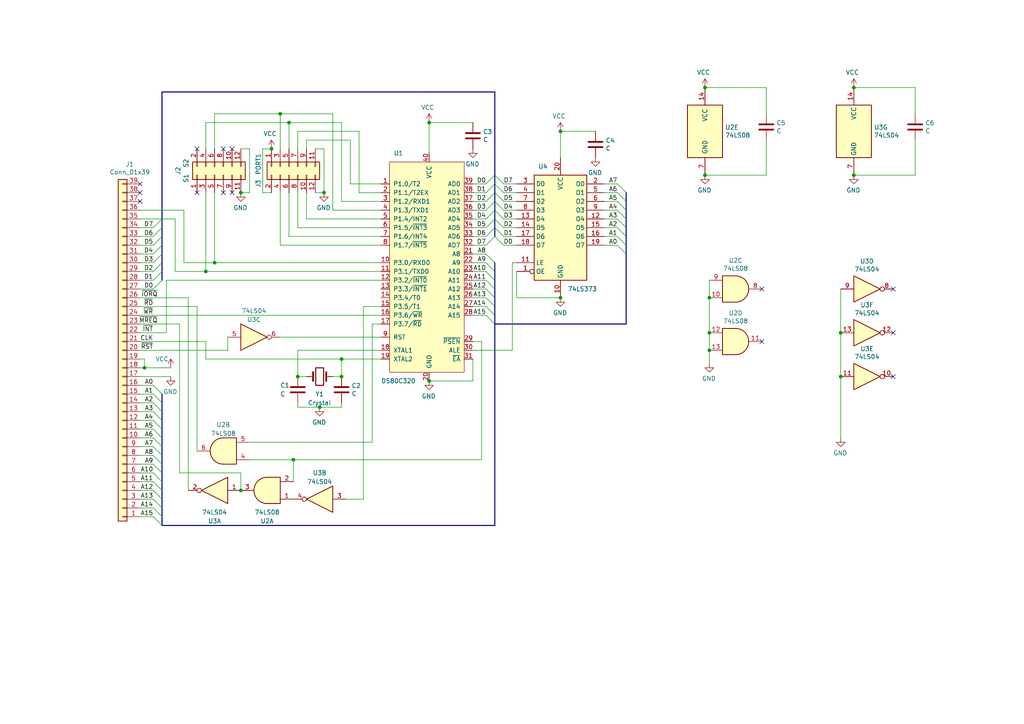
<source format=kicad_sch>
(kicad_sch (version 20211123) (generator eeschema)
  (paper "A4")
  (title_block (title "8051 (DS80C320) Board for RC2014 ") (date "2020-06-04") (rev "REV1") (company "J.B. Langston"))
  (lib_symbols
    (symbol "74xx:74LS04"
      (property "Reference" "U" (at 0 1.27 0))
      (property "Value" "74LS04" (at 0 -1.27 0))
      (symbol "74LS04_1_0"
        (polyline (pts (xy -3.81 3.81) (xy -3.81 -3.81) (xy 3.81 0) (xy -3.81 3.81)) (stroke (width 0.254)) (fill (type background)))
        (pin input line (at -7.62 0 0) (length 3.81) (name "~") (number "1"))
        (pin output inverted (at 7.62 0 180) (length 3.81) (name "~") (number "2"))
      )
      (symbol "74LS04_2_0"
        (polyline (pts (xy -3.81 3.81) (xy -3.81 -3.81) (xy 3.81 0) (xy -3.81 3.81)) (stroke (width 0.254)) (fill (type background)))
        (pin input line (at -7.62 0 0) (length 3.81) (name "~") (number "3"))
        (pin output inverted (at 7.62 0 180) (length 3.81) (name "~") (number "4"))
      )
      (symbol "74LS04_3_0"
        (polyline (pts (xy -3.81 3.81) (xy -3.81 -3.81) (xy 3.81 0) (xy -3.81 3.81)) (stroke (width 0.254)) (fill (type background)))
        (pin input line (at -7.62 0 0) (length 3.81) (name "~") (number "5"))
        (pin output inverted (at 7.62 0 180) (length 3.81) (name "~") (number "6"))
      )
      (symbol "74LS04_4_0"
        (polyline (pts (xy -3.81 3.81) (xy -3.81 -3.81) (xy 3.81 0) (xy -3.81 3.81)) (stroke (width 0.254)) (fill (type background)))
        (pin output inverted (at 7.62 0 180) (length 3.81) (name "~") (number "8"))
        (pin input line (at -7.62 0 0) (length 3.81) (name "~") (number "9"))
      )
      (symbol "74LS04_5_0"
        (polyline (pts (xy -3.81 3.81) (xy -3.81 -3.81) (xy 3.81 0) (xy -3.81 3.81)) (stroke (width 0.254)) (fill (type background)))
        (pin output inverted (at 7.62 0 180) (length 3.81) (name "~") (number "10"))
        (pin input line (at -7.62 0 0) (length 3.81) (name "~") (number "11"))
      )
      (symbol "74LS04_6_0"
        (polyline (pts (xy -3.81 3.81) (xy -3.81 -3.81) (xy 3.81 0) (xy -3.81 3.81)) (stroke (width 0.254)) (fill (type background)))
        (pin output inverted (at 7.62 0 180) (length 3.81) (name "~") (number "12"))
        (pin input line (at -7.62 0 0) (length 3.81) (name "~") (number "13"))
      )
      (symbol "74LS04_7_0"
        (pin power_in line (at 0 12.7 270) (length 5.08) (name "VCC") (number "14"))
        (pin power_in line (at 0 -12.7 90) (length 5.08) (name "GND") (number "7"))
      )
      (symbol "74LS04_7_1"
        (rectangle (start -5.08 7.62) (end 5.08 -7.62) (stroke (width 0.254)) (fill (type background)))
      )
    )
    (symbol "74xx:74LS08" (pin_names (offset 1.016))
      (property "Reference" "U" (at 0 1.27 0))
      (property "Value" "74LS08" (at 0 -1.27 0))
      (symbol "74LS08_1_1"
        (arc (start 0 -3.81) (mid 3.81 0) (end 0 3.81) (stroke (width 0.254)) (fill (type background)))
        (polyline (pts (xy 0 3.81) (xy -3.81 3.81) (xy -3.81 -3.81) (xy 0 -3.81)) (stroke (width 0.254)) (fill (type background)))
        (pin input line (at -7.62 2.54 0) (length 3.81) (name "~") (number "1"))
        (pin input line (at -7.62 -2.54 0) (length 3.81) (name "~") (number "2"))
        (pin output line (at 7.62 0 180) (length 3.81) (name "~") (number "3"))
      )
      (symbol "74LS08_1_2"
        (arc (start -3.81 -3.81) (mid -2.589 0) (end -3.81 3.81) (stroke (width 0.254)))
        (arc (start -0.6096 -3.81) (mid 2.1855 -2.584) (end 3.81 0) (stroke (width 0.254)) (fill (type background)))
        (polyline (pts (xy -3.81 -3.81) (xy -0.635 -3.81)) (stroke (width 0.254)) (fill (type background)))
        (polyline (pts (xy -3.81 3.81) (xy -0.635 3.81)) (stroke (width 0.254)) (fill (type background)))
        (polyline (pts (xy -0.635 3.81) (xy -3.81 3.81) (xy -3.81 3.81) (xy -3.556 3.4036) (xy -3.0226 2.2606) (xy -2.6924 1.0414) (xy -2.6162 -0.254) (xy -2.7686 -1.4986) (xy -3.175 -2.7178) (xy -3.81 -3.81) (xy -3.81 -3.81) (xy -0.635 -3.81)) (stroke (width -25.4)) (fill (type background)))
        (arc (start 3.81 0) (mid 2.1928 2.5925) (end -0.6096 3.81) (stroke (width 0.254)) (fill (type background)))
        (pin input inverted (at -7.62 2.54 0) (length 4.318) (name "~") (number "1"))
        (pin input inverted (at -7.62 -2.54 0) (length 4.318) (name "~") (number "2"))
        (pin output inverted (at 7.62 0 180) (length 3.81) (name "~") (number "3"))
      )
      (symbol "74LS08_2_1"
        (arc (start 0 -3.81) (mid 3.81 0) (end 0 3.81) (stroke (width 0.254)) (fill (type background)))
        (polyline (pts (xy 0 3.81) (xy -3.81 3.81) (xy -3.81 -3.81) (xy 0 -3.81)) (stroke (width 0.254)) (fill (type background)))
        (pin input line (at -7.62 2.54 0) (length 3.81) (name "~") (number "4"))
        (pin input line (at -7.62 -2.54 0) (length 3.81) (name "~") (number "5"))
        (pin output line (at 7.62 0 180) (length 3.81) (name "~") (number "6"))
      )
      (symbol "74LS08_2_2"
        (arc (start -3.81 -3.81) (mid -2.589 0) (end -3.81 3.81) (stroke (width 0.254)))
        (arc (start -0.6096 -3.81) (mid 2.1855 -2.584) (end 3.81 0) (stroke (width 0.254)) (fill (type background)))
        (polyline (pts (xy -3.81 -3.81) (xy -0.635 -3.81)) (stroke (width 0.254)) (fill (type background)))
        (polyline (pts (xy -3.81 3.81) (xy -0.635 3.81)) (stroke (width 0.254)) (fill (type background)))
        (polyline (pts (xy -0.635 3.81) (xy -3.81 3.81) (xy -3.81 3.81) (xy -3.556 3.4036) (xy -3.0226 2.2606) (xy -2.6924 1.0414) (xy -2.6162 -0.254) (xy -2.7686 -1.4986) (xy -3.175 -2.7178) (xy -3.81 -3.81) (xy -3.81 -3.81) (xy -0.635 -3.81)) (stroke (width -25.4)) (fill (type background)))
        (arc (start 3.81 0) (mid 2.1928 2.5925) (end -0.6096 3.81) (stroke (width 0.254)) (fill (type background)))
        (pin input inverted (at -7.62 2.54 0) (length 4.318) (name "~") (number "4"))
        (pin input inverted (at -7.62 -2.54 0) (length 4.318) (name "~") (number "5"))
        (pin output inverted (at 7.62 0 180) (length 3.81) (name "~") (number "6"))
      )
      (symbol "74LS08_3_1"
        (arc (start 0 -3.81) (mid 3.81 0) (end 0 3.81) (stroke (width 0.254)) (fill (type background)))
        (polyline (pts (xy 0 3.81) (xy -3.81 3.81) (xy -3.81 -3.81) (xy 0 -3.81)) (stroke (width 0.254)) (fill (type background)))
        (pin input line (at -7.62 -2.54 0) (length 3.81) (name "~") (number "10"))
        (pin output line (at 7.62 0 180) (length 3.81) (name "~") (number "8"))
        (pin input line (at -7.62 2.54 0) (length 3.81) (name "~") (number "9"))
      )
      (symbol "74LS08_3_2"
        (arc (start -3.81 -3.81) (mid -2.589 0) (end -3.81 3.81) (stroke (width 0.254)))
        (arc (start -0.6096 -3.81) (mid 2.1855 -2.584) (end 3.81 0) (stroke (width 0.254)) (fill (type background)))
        (polyline (pts (xy -3.81 -3.81) (xy -0.635 -3.81)) (stroke (width 0.254)) (fill (type background)))
        (polyline (pts (xy -3.81 3.81) (xy -0.635 3.81)) (stroke (width 0.254)) (fill (type background)))
        (polyline (pts (xy -0.635 3.81) (xy -3.81 3.81) (xy -3.81 3.81) (xy -3.556 3.4036) (xy -3.0226 2.2606) (xy -2.6924 1.0414) (xy -2.6162 -0.254) (xy -2.7686 -1.4986) (xy -3.175 -2.7178) (xy -3.81 -3.81) (xy -3.81 -3.81) (xy -0.635 -3.81)) (stroke (width -25.4)) (fill (type background)))
        (arc (start 3.81 0) (mid 2.1928 2.5925) (end -0.6096 3.81) (stroke (width 0.254)) (fill (type background)))
        (pin input inverted (at -7.62 -2.54 0) (length 4.318) (name "~") (number "10"))
        (pin output inverted (at 7.62 0 180) (length 3.81) (name "~") (number "8"))
        (pin input inverted (at -7.62 2.54 0) (length 4.318) (name "~") (number "9"))
      )
      (symbol "74LS08_4_1"
        (arc (start 0 -3.81) (mid 3.81 0) (end 0 3.81) (stroke (width 0.254)) (fill (type background)))
        (polyline (pts (xy 0 3.81) (xy -3.81 3.81) (xy -3.81 -3.81) (xy 0 -3.81)) (stroke (width 0.254)) (fill (type background)))
        (pin output line (at 7.62 0 180) (length 3.81) (name "~") (number "11"))
        (pin input line (at -7.62 2.54 0) (length 3.81) (name "~") (number "12"))
        (pin input line (at -7.62 -2.54 0) (length 3.81) (name "~") (number "13"))
      )
      (symbol "74LS08_4_2"
        (arc (start -3.81 -3.81) (mid -2.589 0) (end -3.81 3.81) (stroke (width 0.254)))
        (arc (start -0.6096 -3.81) (mid 2.1855 -2.584) (end 3.81 0) (stroke (width 0.254)) (fill (type background)))
        (polyline (pts (xy -3.81 -3.81) (xy -0.635 -3.81)) (stroke (width 0.254)) (fill (type background)))
        (polyline (pts (xy -3.81 3.81) (xy -0.635 3.81)) (stroke (width 0.254)) (fill (type background)))
        (polyline (pts (xy -0.635 3.81) (xy -3.81 3.81) (xy -3.81 3.81) (xy -3.556 3.4036) (xy -3.0226 2.2606) (xy -2.6924 1.0414) (xy -2.6162 -0.254) (xy -2.7686 -1.4986) (xy -3.175 -2.7178) (xy -3.81 -3.81) (xy -3.81 -3.81) (xy -0.635 -3.81)) (stroke (width -25.4)) (fill (type background)))
        (arc (start 3.81 0) (mid 2.1928 2.5925) (end -0.6096 3.81) (stroke (width 0.254)) (fill (type background)))
        (pin output inverted (at 7.62 0 180) (length 3.81) (name "~") (number "11"))
        (pin input inverted (at -7.62 2.54 0) (length 4.318) (name "~") (number "12"))
        (pin input inverted (at -7.62 -2.54 0) (length 4.318) (name "~") (number "13"))
      )
      (symbol "74LS08_5_0"
        (pin power_in line (at 0 12.7 270) (length 5.08) (name "VCC") (number "14"))
        (pin power_in line (at 0 -12.7 90) (length 5.08) (name "GND") (number "7"))
      )
      (symbol "74LS08_5_1"
        (rectangle (start -5.08 7.62) (end 5.08 -7.62) (stroke (width 0.254)) (fill (type background)))
      )
    )
    (symbol "74xx:74LS373"
      (property "Reference" "U" (at -7.62 16.51 0))
      (property "Value" "74LS373" (at -7.62 -16.51 0))
      (symbol "74LS373_1_0"
        (pin input inverted (at -12.7 -12.7 0) (length 5.08) (name "OE") (number "1"))
        (pin power_in line (at 0 -20.32 90) (length 5.08) (name "GND") (number "10"))
        (pin input line (at -12.7 -10.16 0) (length 5.08) (name "LE") (number "11"))
        (pin tri_state line (at 12.7 2.54 180) (length 5.08) (name "O4") (number "12"))
        (pin input line (at -12.7 2.54 0) (length 5.08) (name "D4") (number "13"))
        (pin input line (at -12.7 0 0) (length 5.08) (name "D5") (number "14"))
        (pin tri_state line (at 12.7 0 180) (length 5.08) (name "O5") (number "15"))
        (pin tri_state line (at 12.7 -2.54 180) (length 5.08) (name "O6") (number "16"))
        (pin input line (at -12.7 -2.54 0) (length 5.08) (name "D6") (number "17"))
        (pin input line (at -12.7 -5.08 0) (length 5.08) (name "D7") (number "18"))
        (pin tri_state line (at 12.7 -5.08 180) (length 5.08) (name "O7") (number "19"))
        (pin tri_state line (at 12.7 12.7 180) (length 5.08) (name "O0") (number "2"))
        (pin power_in line (at 0 20.32 270) (length 5.08) (name "VCC") (number "20"))
        (pin input line (at -12.7 12.7 0) (length 5.08) (name "D0") (number "3"))
        (pin input line (at -12.7 10.16 0) (length 5.08) (name "D1") (number "4"))
        (pin tri_state line (at 12.7 10.16 180) (length 5.08) (name "O1") (number "5"))
        (pin tri_state line (at 12.7 7.62 180) (length 5.08) (name "O2") (number "6"))
        (pin input line (at -12.7 7.62 0) (length 5.08) (name "D2") (number "7"))
        (pin input line (at -12.7 5.08 0) (length 5.08) (name "D3") (number "8"))
        (pin tri_state line (at 12.7 5.08 180) (length 5.08) (name "O3") (number "9"))
      )
      (symbol "74LS373_1_1"
        (rectangle (start -7.62 15.24) (end 7.62 -15.24) (stroke (width 0.254)) (fill (type background)))
      )
    )
    (symbol "8051:DS80C320" (pin_names (offset 1.016))
      (property "Reference" "U" (at 7.62 -35.56 0))
      (property "Value" "DS80C320" (at -6.35 34.29 0))
      (symbol "DS80C320_0_1"
        (rectangle (start -11.43 27.94) (end 10.16 -33.02) (fill (type background)))
      )
      (symbol "DS80C320_1_1"
        (pin bidirectional line (at -13.97 21.59 0) (length 2.54) (name "P1.0/T2") (number "1"))
        (pin bidirectional line (at -13.97 -1.27 0) (length 2.54) (name "P3.0/RXD0") (number "10"))
        (pin bidirectional line (at -13.97 -3.81 0) (length 2.54) (name "P3.1/TXD0") (number "11"))
        (pin bidirectional line (at -13.97 -6.35 0) (length 2.54) (name "P3.2/~{INT0}") (number "12"))
        (pin bidirectional line (at -13.97 -8.89 0) (length 2.54) (name "P3.3/~{INT1}") (number "13"))
        (pin bidirectional line (at -13.97 -11.43 0) (length 2.54) (name "P3.4/T0") (number "14"))
        (pin bidirectional line (at -13.97 -13.97 0) (length 2.54) (name "P3.5/T1") (number "15"))
        (pin bidirectional line (at -13.97 -16.51 0) (length 2.54) (name "P3.6/~{WR}") (number "16"))
        (pin bidirectional line (at -13.97 -19.05 0) (length 2.54) (name "P3.7/~{RD}") (number "17"))
        (pin input line (at -13.97 -26.67 0) (length 2.54) (name "XTAL1") (number "18"))
        (pin input line (at -13.97 -29.21 0) (length 2.54) (name "XTAL2") (number "19"))
        (pin bidirectional line (at -13.97 19.05 0) (length 2.54) (name "P1.1/T2EX") (number "2"))
        (pin power_in line (at 0 -35.56 90) (length 2.54) (name "GND") (number "20"))
        (pin output line (at 12.7 1.27 180) (length 2.54) (name "A8") (number "21"))
        (pin output line (at 12.7 -1.27 180) (length 2.54) (name "A9") (number "22"))
        (pin output line (at 12.7 -3.81 180) (length 2.54) (name "A10") (number "23"))
        (pin output line (at 12.7 -6.35 180) (length 2.54) (name "A11") (number "24"))
        (pin output line (at 12.7 -8.89 180) (length 2.54) (name "A12") (number "25"))
        (pin output line (at 12.7 -11.43 180) (length 2.54) (name "A13") (number "26"))
        (pin output line (at 12.7 -13.97 180) (length 2.54) (name "A14") (number "27"))
        (pin output line (at 12.7 -16.51 180) (length 2.54) (name "A15") (number "28"))
        (pin output line (at 12.7 -24.13 180) (length 2.54) (name "~{PSEN}") (number "29"))
        (pin bidirectional line (at -13.97 16.51 0) (length 2.54) (name "P1.2/RXD1") (number "3"))
        (pin output line (at 12.7 -26.67 180) (length 2.54) (name "ALE") (number "30"))
        (pin input line (at 12.7 -29.21 180) (length 2.54) (name "~{EA}") (number "31"))
        (pin output line (at 12.7 3.81 180) (length 2.54) (name "AD7") (number "32"))
        (pin output line (at 12.7 6.35 180) (length 2.54) (name "AD6") (number "33"))
        (pin output line (at 12.7 8.89 180) (length 2.54) (name "AD5") (number "34"))
        (pin output line (at 12.7 11.43 180) (length 2.54) (name "AD4") (number "35"))
        (pin output line (at 12.7 13.97 180) (length 2.54) (name "AD3") (number "36"))
        (pin output line (at 12.7 16.51 180) (length 2.54) (name "AD2") (number "37"))
        (pin output line (at 12.7 19.05 180) (length 2.54) (name "AD1") (number "38"))
        (pin output line (at 12.7 21.59 180) (length 2.54) (name "AD0") (number "39"))
        (pin bidirectional line (at -13.97 13.97 0) (length 2.54) (name "P1.3/TXD1") (number "4"))
        (pin power_in line (at 0 30.48 270) (length 2.54) (name "VCC") (number "40"))
        (pin bidirectional line (at -13.97 11.43 0) (length 2.54) (name "P1.4/INT2") (number "5"))
        (pin bidirectional line (at -13.97 8.89 0) (length 2.54) (name "P1.5/~{INT3}") (number "6"))
        (pin bidirectional line (at -13.97 6.35 0) (length 2.54) (name "P1.6/INT4") (number "7"))
        (pin bidirectional line (at -13.97 3.81 0) (length 2.54) (name "P1.7/~{INT5}") (number "8"))
        (pin input line (at -13.97 -22.86 0) (length 2.54) (name "RST") (number "9"))
      )
    )
    (symbol "Connector_Generic:Conn_01x39" (pin_names (offset 1.016) hide)
      (property "Reference" "J" (at 0 50.8 0))
      (property "Value" "Conn_01x39" (at 0 -50.8 0))
      (symbol "Conn_01x39_1_1"
        (rectangle (start -1.27 -48.133) (end 0 -48.387) (stroke (width 0.1524)))
        (rectangle (start -1.27 -45.593) (end 0 -45.847) (stroke (width 0.1524)))
        (rectangle (start -1.27 -43.053) (end 0 -43.307) (stroke (width 0.1524)))
        (rectangle (start -1.27 -40.513) (end 0 -40.767) (stroke (width 0.1524)))
        (rectangle (start -1.27 -37.973) (end 0 -38.227) (stroke (width 0.1524)))
        (rectangle (start -1.27 -35.433) (end 0 -35.687) (stroke (width 0.1524)))
        (rectangle (start -1.27 -32.893) (end 0 -33.147) (stroke (width 0.1524)))
        (rectangle (start -1.27 -30.353) (end 0 -30.607) (stroke (width 0.1524)))
        (rectangle (start -1.27 -27.813) (end 0 -28.067) (stroke (width 0.1524)))
        (rectangle (start -1.27 -25.273) (end 0 -25.527) (stroke (width 0.1524)))
        (rectangle (start -1.27 -22.733) (end 0 -22.987) (stroke (width 0.1524)))
        (rectangle (start -1.27 -20.193) (end 0 -20.447) (stroke (width 0.1524)))
        (rectangle (start -1.27 -17.653) (end 0 -17.907) (stroke (width 0.1524)))
        (rectangle (start -1.27 -15.113) (end 0 -15.367) (stroke (width 0.1524)))
        (rectangle (start -1.27 -12.573) (end 0 -12.827) (stroke (width 0.1524)))
        (rectangle (start -1.27 -10.033) (end 0 -10.287) (stroke (width 0.1524)))
        (rectangle (start -1.27 -7.493) (end 0 -7.747) (stroke (width 0.1524)))
        (rectangle (start -1.27 -4.953) (end 0 -5.207) (stroke (width 0.1524)))
        (rectangle (start -1.27 -2.413) (end 0 -2.667) (stroke (width 0.1524)))
        (rectangle (start -1.27 0.127) (end 0 -0.127) (stroke (width 0.1524)))
        (rectangle (start -1.27 2.667) (end 0 2.413) (stroke (width 0.1524)))
        (rectangle (start -1.27 5.207) (end 0 4.953) (stroke (width 0.1524)))
        (rectangle (start -1.27 7.747) (end 0 7.493) (stroke (width 0.1524)))
        (rectangle (start -1.27 10.287) (end 0 10.033) (stroke (width 0.1524)))
        (rectangle (start -1.27 12.827) (end 0 12.573) (stroke (width 0.1524)))
        (rectangle (start -1.27 15.367) (end 0 15.113) (stroke (width 0.1524)))
        (rectangle (start -1.27 17.907) (end 0 17.653) (stroke (width 0.1524)))
        (rectangle (start -1.27 20.447) (end 0 20.193) (stroke (width 0.1524)))
        (rectangle (start -1.27 22.987) (end 0 22.733) (stroke (width 0.1524)))
        (rectangle (start -1.27 25.527) (end 0 25.273) (stroke (width 0.1524)))
        (rectangle (start -1.27 28.067) (end 0 27.813) (stroke (width 0.1524)))
        (rectangle (start -1.27 30.607) (end 0 30.353) (stroke (width 0.1524)))
        (rectangle (start -1.27 33.147) (end 0 32.893) (stroke (width 0.1524)))
        (rectangle (start -1.27 35.687) (end 0 35.433) (stroke (width 0.1524)))
        (rectangle (start -1.27 38.227) (end 0 37.973) (stroke (width 0.1524)))
        (rectangle (start -1.27 40.767) (end 0 40.513) (stroke (width 0.1524)))
        (rectangle (start -1.27 43.307) (end 0 43.053) (stroke (width 0.1524)))
        (rectangle (start -1.27 45.847) (end 0 45.593) (stroke (width 0.1524)))
        (rectangle (start -1.27 48.387) (end 0 48.133) (stroke (width 0.1524)))
        (rectangle (start -1.27 49.53) (end 1.27 -49.53) (stroke (width 0.254)) (fill (type background)))
        (pin passive line (at -5.08 48.26 0) (length 3.81) (name "Pin_1") (number "1"))
        (pin passive line (at -5.08 25.4 0) (length 3.81) (name "Pin_10") (number "10"))
        (pin passive line (at -5.08 22.86 0) (length 3.81) (name "Pin_11") (number "11"))
        (pin passive line (at -5.08 20.32 0) (length 3.81) (name "Pin_12") (number "12"))
        (pin passive line (at -5.08 17.78 0) (length 3.81) (name "Pin_13") (number "13"))
        (pin passive line (at -5.08 15.24 0) (length 3.81) (name "Pin_14") (number "14"))
        (pin passive line (at -5.08 12.7 0) (length 3.81) (name "Pin_15") (number "15"))
        (pin passive line (at -5.08 10.16 0) (length 3.81) (name "Pin_16") (number "16"))
        (pin passive line (at -5.08 7.62 0) (length 3.81) (name "Pin_17") (number "17"))
        (pin passive line (at -5.08 5.08 0) (length 3.81) (name "Pin_18") (number "18"))
        (pin passive line (at -5.08 2.54 0) (length 3.81) (name "Pin_19") (number "19"))
        (pin passive line (at -5.08 45.72 0) (length 3.81) (name "Pin_2") (number "2"))
        (pin passive line (at -5.08 0 0) (length 3.81) (name "Pin_20") (number "20"))
        (pin passive line (at -5.08 -2.54 0) (length 3.81) (name "Pin_21") (number "21"))
        (pin passive line (at -5.08 -5.08 0) (length 3.81) (name "Pin_22") (number "22"))
        (pin passive line (at -5.08 -7.62 0) (length 3.81) (name "Pin_23") (number "23"))
        (pin passive line (at -5.08 -10.16 0) (length 3.81) (name "Pin_24") (number "24"))
        (pin passive line (at -5.08 -12.7 0) (length 3.81) (name "Pin_25") (number "25"))
        (pin passive line (at -5.08 -15.24 0) (length 3.81) (name "Pin_26") (number "26"))
        (pin passive line (at -5.08 -17.78 0) (length 3.81) (name "Pin_27") (number "27"))
        (pin passive line (at -5.08 -20.32 0) (length 3.81) (name "Pin_28") (number "28"))
        (pin passive line (at -5.08 -22.86 0) (length 3.81) (name "Pin_29") (number "29"))
        (pin passive line (at -5.08 43.18 0) (length 3.81) (name "Pin_3") (number "3"))
        (pin passive line (at -5.08 -25.4 0) (length 3.81) (name "Pin_30") (number "30"))
        (pin passive line (at -5.08 -27.94 0) (length 3.81) (name "Pin_31") (number "31"))
        (pin passive line (at -5.08 -30.48 0) (length 3.81) (name "Pin_32") (number "32"))
        (pin passive line (at -5.08 -33.02 0) (length 3.81) (name "Pin_33") (number "33"))
        (pin passive line (at -5.08 -35.56 0) (length 3.81) (name "Pin_34") (number "34"))
        (pin passive line (at -5.08 -38.1 0) (length 3.81) (name "Pin_35") (number "35"))
        (pin passive line (at -5.08 -40.64 0) (length 3.81) (name "Pin_36") (number "36"))
        (pin passive line (at -5.08 -43.18 0) (length 3.81) (name "Pin_37") (number "37"))
        (pin passive line (at -5.08 -45.72 0) (length 3.81) (name "Pin_38") (number "38"))
        (pin passive line (at -5.08 -48.26 0) (length 3.81) (name "Pin_39") (number "39"))
        (pin passive line (at -5.08 40.64 0) (length 3.81) (name "Pin_4") (number "4"))
        (pin passive line (at -5.08 38.1 0) (length 3.81) (name "Pin_5") (number "5"))
        (pin passive line (at -5.08 35.56 0) (length 3.81) (name "Pin_6") (number "6"))
        (pin passive line (at -5.08 33.02 0) (length 3.81) (name "Pin_7") (number "7"))
        (pin passive line (at -5.08 30.48 0) (length 3.81) (name "Pin_8") (number "8"))
        (pin passive line (at -5.08 27.94 0) (length 3.81) (name "Pin_9") (number "9"))
      )
    )
    (symbol "Connector_Generic:Conn_02x06_Odd_Even" (pin_names (offset 1.016) hide)
      (property "Reference" "J" (at 1.27 7.62 0))
      (property "Value" "Conn_02x06_Odd_Even" (at 1.27 -10.16 0))
      (symbol "Conn_02x06_Odd_Even_1_1"
        (rectangle (start -1.27 -7.493) (end 0 -7.747) (stroke (width 0.1524)))
        (rectangle (start -1.27 -4.953) (end 0 -5.207) (stroke (width 0.1524)))
        (rectangle (start -1.27 -2.413) (end 0 -2.667) (stroke (width 0.1524)))
        (rectangle (start -1.27 0.127) (end 0 -0.127) (stroke (width 0.1524)))
        (rectangle (start -1.27 2.667) (end 0 2.413) (stroke (width 0.1524)))
        (rectangle (start -1.27 5.207) (end 0 4.953) (stroke (width 0.1524)))
        (rectangle (start -1.27 6.35) (end 3.81 -8.89) (stroke (width 0.254)) (fill (type background)))
        (rectangle (start 3.81 -7.493) (end 2.54 -7.747) (stroke (width 0.1524)))
        (rectangle (start 3.81 -4.953) (end 2.54 -5.207) (stroke (width 0.1524)))
        (rectangle (start 3.81 -2.413) (end 2.54 -2.667) (stroke (width 0.1524)))
        (rectangle (start 3.81 0.127) (end 2.54 -0.127) (stroke (width 0.1524)))
        (rectangle (start 3.81 2.667) (end 2.54 2.413) (stroke (width 0.1524)))
        (rectangle (start 3.81 5.207) (end 2.54 4.953) (stroke (width 0.1524)))
        (pin passive line (at -5.08 5.08 0) (length 3.81) (name "Pin_1") (number "1"))
        (pin passive line (at 7.62 -5.08 180) (length 3.81) (name "Pin_10") (number "10"))
        (pin passive line (at -5.08 -7.62 0) (length 3.81) (name "Pin_11") (number "11"))
        (pin passive line (at 7.62 -7.62 180) (length 3.81) (name "Pin_12") (number "12"))
        (pin passive line (at 7.62 5.08 180) (length 3.81) (name "Pin_2") (number "2"))
        (pin passive line (at -5.08 2.54 0) (length 3.81) (name "Pin_3") (number "3"))
        (pin passive line (at 7.62 2.54 180) (length 3.81) (name "Pin_4") (number "4"))
        (pin passive line (at -5.08 0 0) (length 3.81) (name "Pin_5") (number "5"))
        (pin passive line (at 7.62 0 180) (length 3.81) (name "Pin_6") (number "6"))
        (pin passive line (at -5.08 -2.54 0) (length 3.81) (name "Pin_7") (number "7"))
        (pin passive line (at 7.62 -2.54 180) (length 3.81) (name "Pin_8") (number "8"))
        (pin passive line (at -5.08 -5.08 0) (length 3.81) (name "Pin_9") (number "9"))
      )
    )
    (symbol "Device:C" (pin_numbers hide) (pin_names (offset 0.254))
      (property "Reference" "C" (at 0.635 2.54 0))
      (property "Value" "C" (at 0.635 -2.54 0))
      (symbol "C_0_1"
        (polyline (pts (xy -2.032 -0.762) (xy 2.032 -0.762)) (stroke (width 0.508)))
        (polyline (pts (xy -2.032 0.762) (xy 2.032 0.762)) (stroke (width 0.508)))
      )
      (symbol "C_1_1"
        (pin passive line (at 0 3.81 270) (length 2.794) (name "~") (number "1"))
        (pin passive line (at 0 -3.81 90) (length 2.794) (name "~") (number "2"))
      )
    )
    (symbol "Device:Crystal" (pin_numbers hide) (pin_names (offset 1.016) hide)
      (property "Reference" "Y" (at 0 3.81 0))
      (property "Value" "Crystal" (at 0 -3.81 0))
      (symbol "Crystal_0_1"
        (rectangle (start -1.143 2.54) (end 1.143 -2.54) (stroke (width 0.3048)))
        (polyline (pts (xy -2.54 0) (xy -1.905 0)))
        (polyline (pts (xy -1.905 -1.27) (xy -1.905 1.27)) (stroke (width 0.508)))
        (polyline (pts (xy 1.905 -1.27) (xy 1.905 1.27)) (stroke (width 0.508)))
        (polyline (pts (xy 2.54 0) (xy 1.905 0)))
      )
      (symbol "Crystal_1_1"
        (pin passive line (at -3.81 0 0) (length 1.27) (name "1") (number "1"))
        (pin passive line (at 3.81 0 180) (length 1.27) (name "2") (number "2"))
      )
    )
    (symbol "power:GND" (power) (pin_names (offset 0))
      (property "Value" "GND" (at 0 -3.81 0))
      (symbol "GND_0_1"
        (polyline (pts (xy 0 0) (xy 0 -1.27) (xy 1.27 -1.27) (xy 0 -2.54) (xy -1.27 -1.27) (xy 0 -1.27)))
      )
      (symbol "GND_1_1"
        (pin power_in line (at 0 0 270) (length 0) hide (name "GND") (number "1"))
      )
    )
    (symbol "power:VCC" (power) (pin_names (offset 0))
      (property "Value" "VCC" (at 0 3.81 0))
      (symbol "VCC_0_1"
        (polyline (pts (xy -0.762 1.27) (xy 0 2.54)))
        (polyline (pts (xy 0 0) (xy 0 2.54)))
        (polyline (pts (xy 0 2.54) (xy 0.762 1.27)))
      )
      (symbol "VCC_1_1"
        (pin power_in line (at 0 0 90) (length 0) hide (name "VCC") (number "1"))
      )
    )
  )
  (junction (at 205.74 96.52))
  (junction (at 205.74 86.36))
  (junction (at 205.74 101.6))
  (junction (at 78.74 43.18))
  (junction (at 162.56 38.1))
  (junction (at 59.69 78.74))
  (junction (at 204.47 50.8))
  (junction (at 69.85 55.88))
  (junction (at 83.82 35.56))
  (junction (at 243.84 96.52))
  (junction (at 99.06 104.14))
  (junction (at 92.71 118.11))
  (junction (at 81.28 33.02))
  (junction (at 124.46 110.49))
  (junction (at 62.23 76.2))
  (junction (at 124.46 35.56))
  (junction (at 85.09 133.35))
  (junction (at 247.65 25.4))
  (junction (at 247.65 50.8))
  (junction (at 86.36 109.22))
  (junction (at 69.85 142.24))
  (junction (at 162.56 86.36))
  (junction (at 99.06 109.22))
  (junction (at 41.91 106.68))
  (junction (at 204.47 25.4))
  (junction (at 243.84 109.22))
  (junction (at 93.98 55.88))
  (no_connect (at 40.64 53.34))
  (no_connect (at 259.08 83.82))
  (no_connect (at -191.77 -12.7))
  (no_connect (at 57.15 43.18))
  (no_connect (at 67.31 55.88))
  (no_connect (at 57.15 55.88))
  (no_connect (at 259.08 96.52))
  (no_connect (at 40.64 55.88))
  (no_connect (at 40.64 58.42))
  (no_connect (at 67.31 43.18))
  (no_connect (at 64.77 43.18))
  (no_connect (at 64.77 55.88))
  (no_connect (at 220.98 99.06))
  (no_connect (at 220.98 83.82))
  (no_connect (at 259.08 109.22))
  (bus_entry (at 46.99 139.7) (size -2.54 -2.54))
  (bus_entry (at 46.99 114.3) (size -2.54 -2.54))
  (bus_entry (at 140.97 60.96) (size 2.54 -2.54))
  (bus_entry (at 179.07 55.88) (size 2.54 2.54))
  (bus_entry (at 143.51 66.04) (size 2.54 2.54))
  (bus_entry (at 179.07 53.34) (size 2.54 2.54))
  (bus_entry (at 46.99 68.58) (size -2.54 2.54))
  (bus_entry (at 140.97 83.82) (size 2.54 2.54))
  (bus_entry (at 143.51 68.58) (size 2.54 2.54))
  (bus_entry (at 140.97 78.74) (size 2.54 2.54))
  (bus_entry (at 143.51 58.42) (size 2.54 2.54))
  (bus_entry (at 46.99 144.78) (size -2.54 -2.54))
  (bus_entry (at 143.51 55.88) (size 2.54 2.54))
  (bus_entry (at 46.99 73.66) (size -2.54 2.54))
  (bus_entry (at 46.99 121.92) (size -2.54 -2.54))
  (bus_entry (at 46.99 63.5) (size -2.54 2.54))
  (bus_entry (at 46.99 116.84) (size -2.54 -2.54))
  (bus_entry (at 46.99 124.46) (size -2.54 -2.54))
  (bus_entry (at 46.99 66.04) (size -2.54 2.54))
  (bus_entry (at 140.97 81.28) (size 2.54 2.54))
  (bus_entry (at 140.97 91.44) (size 2.54 2.54))
  (bus_entry (at 143.51 53.34) (size 2.54 2.54))
  (bus_entry (at 46.99 81.28) (size -2.54 2.54))
  (bus_entry (at 140.97 58.42) (size 2.54 -2.54))
  (bus_entry (at 140.97 55.88) (size 2.54 -2.54))
  (bus_entry (at 179.07 71.12) (size 2.54 2.54))
  (bus_entry (at 140.97 88.9) (size 2.54 2.54))
  (bus_entry (at 179.07 68.58) (size 2.54 2.54))
  (bus_entry (at 140.97 63.5) (size 2.54 -2.54))
  (bus_entry (at 46.99 147.32) (size -2.54 -2.54))
  (bus_entry (at 140.97 71.12) (size 2.54 -2.54))
  (bus_entry (at 46.99 127) (size -2.54 -2.54))
  (bus_entry (at 46.99 142.24) (size -2.54 -2.54))
  (bus_entry (at 46.99 132.08) (size -2.54 -2.54))
  (bus_entry (at 140.97 73.66) (size 2.54 2.54))
  (bus_entry (at 143.51 60.96) (size 2.54 2.54))
  (bus_entry (at 179.07 58.42) (size 2.54 2.54))
  (bus_entry (at 46.99 71.12) (size -2.54 2.54))
  (bus_entry (at 140.97 53.34) (size 2.54 -2.54))
  (bus_entry (at 46.99 119.38) (size -2.54 -2.54))
  (bus_entry (at 46.99 137.16) (size -2.54 -2.54))
  (bus_entry (at 140.97 66.04) (size 2.54 -2.54))
  (bus_entry (at 46.99 78.74) (size -2.54 2.54))
  (bus_entry (at 46.99 152.4) (size -2.54 -2.54))
  (bus_entry (at 140.97 86.36) (size 2.54 2.54))
  (bus_entry (at 179.07 63.5) (size 2.54 2.54))
  (bus_entry (at 143.51 63.5) (size 2.54 2.54))
  (bus_entry (at 46.99 129.54) (size -2.54 -2.54))
  (bus_entry (at 46.99 134.62) (size -2.54 -2.54))
  (bus_entry (at 46.99 76.2) (size -2.54 2.54))
  (bus_entry (at 140.97 76.2) (size 2.54 2.54))
  (bus_entry (at 46.99 149.86) (size -2.54 -2.54))
  (bus_entry (at 179.07 60.96) (size 2.54 2.54))
  (bus_entry (at 179.07 66.04) (size 2.54 2.54))
  (bus_entry (at 140.97 68.58) (size 2.54 -2.54))
  (bus_entry (at 143.51 50.8) (size 2.54 2.54))
  (wire (pts (xy 40.64 137.16) (xy 44.45 137.16)))
  (wire (pts (xy 93.98 55.88) (xy 93.98 43.18)))
  (bus (pts (xy 46.99 119.38) (xy 46.99 121.92)))
  (wire (pts (xy 137.16 55.88) (xy 140.97 55.88)))
  (wire (pts (xy 162.56 38.1) (xy 172.72 38.1)))
  (wire (pts (xy 40.64 101.6) (xy 66.04 101.6)))
  (wire (pts (xy 83.82 35.56) (xy 83.82 43.18)))
  (wire (pts (xy 175.26 71.12) (xy 179.07 71.12)))
  (bus (pts (xy 46.99 26.67) (xy 143.51 26.67)))
  (wire (pts (xy 110.49 60.96) (xy 96.52 60.96)))
  (wire (pts (xy 137.16 88.9) (xy 140.97 88.9)))
  (wire (pts (xy 104.14 38.1) (xy 86.36 38.1)))
  (bus (pts (xy 181.61 63.5) (xy 181.61 66.04)))
  (wire (pts (xy 99.06 35.56) (xy 83.82 35.56)))
  (wire (pts (xy 52.07 137.16) (xy 52.07 93.98)))
  (wire (pts (xy 146.05 68.58) (xy 149.86 68.58)))
  (bus (pts (xy 143.51 93.98) (xy 143.51 152.4)))
  (wire (pts (xy 72.39 43.18) (xy 72.39 55.88)))
  (bus (pts (xy 46.99 137.16) (xy 46.99 139.7)))
  (wire (pts (xy 124.46 35.56) (xy 124.46 44.45)))
  (wire (pts (xy 85.09 133.35) (xy 139.7 133.35)))
  (wire (pts (xy 149.86 86.36) (xy 162.56 86.36)))
  (wire (pts (xy 110.49 104.14) (xy 99.06 104.14)))
  (wire (pts (xy 59.69 99.06) (xy 40.64 99.06)))
  (wire (pts (xy 53.34 76.2) (xy 62.23 76.2)))
  (wire (pts (xy 146.05 66.04) (xy 149.86 66.04)))
  (wire (pts (xy 85.09 139.7) (xy 85.09 133.35)))
  (wire (pts (xy 59.69 104.14) (xy 59.69 99.06)))
  (wire (pts (xy 101.6 53.34) (xy 110.49 53.34)))
  (wire (pts (xy 40.64 76.2) (xy 44.45 76.2)))
  (wire (pts (xy 40.64 68.58) (xy 44.45 68.58)))
  (bus (pts (xy 46.99 129.54) (xy 46.99 132.08)))
  (wire (pts (xy 137.16 110.49) (xy 124.46 110.49)))
  (wire (pts (xy 137.16 78.74) (xy 140.97 78.74)))
  (wire (pts (xy 175.26 55.88) (xy 179.07 55.88)))
  (bus (pts (xy 181.61 71.12) (xy 181.61 73.66)))
  (bus (pts (xy 181.61 58.42) (xy 181.61 60.96)))
  (bus (pts (xy 143.51 83.82) (xy 143.51 86.36)))
  (bus (pts (xy 143.51 26.67) (xy 143.51 50.8)))
  (wire (pts (xy 81.28 71.12) (xy 110.49 71.12)))
  (wire (pts (xy 40.64 71.12) (xy 44.45 71.12)))
  (wire (pts (xy 93.98 43.18) (xy 91.44 43.18)))
  (wire (pts (xy 205.74 101.6) (xy 205.74 105.41)))
  (wire (pts (xy 265.43 25.4) (xy 265.43 33.02)))
  (wire (pts (xy 40.64 124.46) (xy 44.45 124.46)))
  (wire (pts (xy 86.36 109.22) (xy 88.9 109.22)))
  (wire (pts (xy 92.71 118.11) (xy 99.06 118.11)))
  (bus (pts (xy 46.99 66.04) (xy 46.99 68.58)))
  (wire (pts (xy 99.06 35.56) (xy 99.06 58.42)))
  (wire (pts (xy 78.74 55.88) (xy 76.2 55.88)))
  (wire (pts (xy 100.33 144.78) (xy 105.41 144.78)))
  (bus (pts (xy 143.51 66.04) (xy 143.51 68.58)))
  (bus (pts (xy 181.61 73.66) (xy 181.61 93.98)))
  (wire (pts (xy 40.64 116.84) (xy 44.45 116.84)))
  (wire (pts (xy 107.95 128.27) (xy 107.95 93.98)))
  (wire (pts (xy 137.16 76.2) (xy 140.97 76.2)))
  (bus (pts (xy 46.99 114.3) (xy 46.99 116.84)))
  (wire (pts (xy 57.15 88.9) (xy 40.64 88.9)))
  (wire (pts (xy 40.64 144.78) (xy 44.45 144.78)))
  (wire (pts (xy 48.26 81.28) (xy 110.49 81.28)))
  (wire (pts (xy 110.49 58.42) (xy 99.06 58.42)))
  (wire (pts (xy 243.84 83.82) (xy 243.84 96.52)))
  (wire (pts (xy 62.23 76.2) (xy 62.23 55.88)))
  (wire (pts (xy 139.7 99.06) (xy 139.7 133.35)))
  (wire (pts (xy 247.65 50.8) (xy 265.43 50.8)))
  (wire (pts (xy 105.41 88.9) (xy 110.49 88.9)))
  (wire (pts (xy 88.9 63.5) (xy 110.49 63.5)))
  (wire (pts (xy 110.49 93.98) (xy 107.95 93.98)))
  (wire (pts (xy 105.41 144.78) (xy 105.41 88.9)))
  (wire (pts (xy 40.64 129.54) (xy 44.45 129.54)))
  (bus (pts (xy 143.51 50.8) (xy 143.51 53.34)))
  (wire (pts (xy 137.16 83.82) (xy 140.97 83.82)))
  (wire (pts (xy 40.64 78.74) (xy 44.45 78.74)))
  (wire (pts (xy 62.23 33.02) (xy 81.28 33.02)))
  (wire (pts (xy 54.61 86.36) (xy 40.64 86.36)))
  (wire (pts (xy 137.16 68.58) (xy 140.97 68.58)))
  (wire (pts (xy 72.39 128.27) (xy 107.95 128.27)))
  (wire (pts (xy 40.64 63.5) (xy 46.99 63.5)))
  (wire (pts (xy 88.9 40.64) (xy 101.6 40.64)))
  (wire (pts (xy 50.8 78.74) (xy 59.69 78.74)))
  (wire (pts (xy 86.36 55.88) (xy 86.36 66.04)))
  (wire (pts (xy 137.16 104.14) (xy 137.16 110.49)))
  (wire (pts (xy 72.39 133.35) (xy 85.09 133.35)))
  (wire (pts (xy 40.64 111.76) (xy 44.45 111.76)))
  (wire (pts (xy 86.36 66.04) (xy 110.49 66.04)))
  (wire (pts (xy 146.05 63.5) (xy 149.86 63.5)))
  (wire (pts (xy 46.99 63.5) (xy 50.8 63.5)))
  (wire (pts (xy 41.91 104.14) (xy 41.91 106.68)))
  (wire (pts (xy 40.64 121.92) (xy 44.45 121.92)))
  (wire (pts (xy 66.04 101.6) (xy 66.04 97.79)))
  (wire (pts (xy 69.85 137.16) (xy 52.07 137.16)))
  (bus (pts (xy 46.99 147.32) (xy 46.99 149.86)))
  (bus (pts (xy 46.99 63.5) (xy 46.99 66.04)))
  (wire (pts (xy 40.64 119.38) (xy 44.45 119.38)))
  (bus (pts (xy 143.51 53.34) (xy 143.51 55.88)))
  (wire (pts (xy 137.16 91.44) (xy 140.97 91.44)))
  (bus (pts (xy 46.99 152.4) (xy 143.51 152.4)))
  (wire (pts (xy 91.44 55.88) (xy 93.98 55.88)))
  (wire (pts (xy 40.64 149.86) (xy 44.45 149.86)))
  (wire (pts (xy 48.26 96.52) (xy 48.26 81.28)))
  (wire (pts (xy 86.36 116.84) (xy 86.36 118.11)))
  (wire (pts (xy 72.39 55.88) (xy 69.85 55.88)))
  (wire (pts (xy 40.64 91.44) (xy 110.49 91.44)))
  (bus (pts (xy 46.99 68.58) (xy 46.99 71.12)))
  (wire (pts (xy 41.91 106.68) (xy 49.53 106.68)))
  (wire (pts (xy 40.64 139.7) (xy 44.45 139.7)))
  (wire (pts (xy 83.82 55.88) (xy 83.82 68.58)))
  (wire (pts (xy 40.64 127) (xy 44.45 127)))
  (bus (pts (xy 143.51 58.42) (xy 143.51 60.96)))
  (wire (pts (xy 52.07 93.98) (xy 40.64 93.98)))
  (wire (pts (xy 40.64 81.28) (xy 44.45 81.28)))
  (bus (pts (xy 143.51 91.44) (xy 143.51 93.98)))
  (bus (pts (xy 143.51 76.2) (xy 143.51 78.74)))
  (wire (pts (xy 137.16 71.12) (xy 140.97 71.12)))
  (wire (pts (xy 243.84 109.22) (xy 243.84 127)))
  (wire (pts (xy 137.16 63.5) (xy 140.97 63.5)))
  (wire (pts (xy 137.16 73.66) (xy 140.97 73.66)))
  (wire (pts (xy 88.9 43.18) (xy 88.9 40.64)))
  (wire (pts (xy 222.25 25.4) (xy 222.25 33.02)))
  (bus (pts (xy 46.99 73.66) (xy 46.99 76.2)))
  (wire (pts (xy 88.9 55.88) (xy 88.9 63.5)))
  (bus (pts (xy 46.99 142.24) (xy 46.99 144.78)))
  (bus (pts (xy 181.61 93.98) (xy 143.51 93.98)))
  (wire (pts (xy 149.86 78.74) (xy 149.86 86.36)))
  (wire (pts (xy 86.36 101.6) (xy 86.36 109.22)))
  (bus (pts (xy 46.99 144.78) (xy 46.99 147.32)))
  (bus (pts (xy 46.99 134.62) (xy 46.99 137.16)))
  (wire (pts (xy 40.64 114.3) (xy 44.45 114.3)))
  (wire (pts (xy 50.8 63.5) (xy 50.8 78.74)))
  (wire (pts (xy 148.59 101.6) (xy 148.59 76.2)))
  (wire (pts (xy 40.64 96.52) (xy 48.26 96.52)))
  (wire (pts (xy 137.16 58.42) (xy 140.97 58.42)))
  (wire (pts (xy 146.05 55.88) (xy 149.86 55.88)))
  (wire (pts (xy 175.26 63.5) (xy 179.07 63.5)))
  (wire (pts (xy 222.25 50.8) (xy 222.25 40.64)))
  (wire (pts (xy 146.05 58.42) (xy 149.86 58.42)))
  (bus (pts (xy 46.99 26.67) (xy 46.99 63.5)))
  (bus (pts (xy 46.99 116.84) (xy 46.99 119.38)))
  (bus (pts (xy 143.51 86.36) (xy 143.51 88.9)))
  (wire (pts (xy 204.47 25.4) (xy 222.25 25.4)))
  (wire (pts (xy 137.16 60.96) (xy 140.97 60.96)))
  (wire (pts (xy 40.64 142.24) (xy 44.45 142.24)))
  (wire (pts (xy 76.2 43.18) (xy 78.74 43.18)))
  (bus (pts (xy 46.99 76.2) (xy 46.99 78.74)))
  (wire (pts (xy 175.26 60.96) (xy 179.07 60.96)))
  (bus (pts (xy 143.51 88.9) (xy 143.51 91.44)))
  (wire (pts (xy 40.64 83.82) (xy 44.45 83.82)))
  (wire (pts (xy 175.26 53.34) (xy 179.07 53.34)))
  (wire (pts (xy 99.06 118.11) (xy 99.06 116.84)))
  (wire (pts (xy 243.84 96.52) (xy 243.84 109.22)))
  (wire (pts (xy 175.26 68.58) (xy 179.07 68.58)))
  (wire (pts (xy 137.16 66.04) (xy 140.97 66.04)))
  (wire (pts (xy 137.16 101.6) (xy 148.59 101.6)))
  (wire (pts (xy 53.34 60.96) (xy 40.64 60.96)))
  (bus (pts (xy 143.51 78.74) (xy 143.51 81.28)))
  (wire (pts (xy 40.64 109.22) (xy 49.53 109.22)))
  (wire (pts (xy 99.06 104.14) (xy 99.06 109.22)))
  (bus (pts (xy 46.99 124.46) (xy 46.99 127)))
  (wire (pts (xy 146.05 60.96) (xy 149.86 60.96)))
  (wire (pts (xy 53.34 76.2) (xy 53.34 60.96)))
  (bus (pts (xy 143.51 63.5) (xy 143.51 66.04)))
  (wire (pts (xy 86.36 101.6) (xy 110.49 101.6)))
  (bus (pts (xy 46.99 78.74) (xy 46.99 81.28)))
  (wire (pts (xy 86.36 118.11) (xy 92.71 118.11)))
  (wire (pts (xy 175.26 66.04) (xy 179.07 66.04)))
  (wire (pts (xy 86.36 38.1) (xy 86.36 43.18)))
  (wire (pts (xy 59.69 35.56) (xy 83.82 35.56)))
  (bus (pts (xy 181.61 66.04) (xy 181.61 68.58)))
  (wire (pts (xy 62.23 33.02) (xy 62.23 43.18)))
  (wire (pts (xy 205.74 81.28) (xy 205.74 86.36)))
  (wire (pts (xy 76.2 55.88) (xy 76.2 43.18)))
  (wire (pts (xy 83.82 68.58) (xy 110.49 68.58)))
  (wire (pts (xy 110.49 55.88) (xy 104.14 55.88)))
  (wire (pts (xy 265.43 50.8) (xy 265.43 40.64)))
  (wire (pts (xy 69.85 142.24) (xy 69.85 137.16)))
  (wire (pts (xy 247.65 25.4) (xy 265.43 25.4)))
  (wire (pts (xy 175.26 58.42) (xy 179.07 58.42)))
  (wire (pts (xy 81.28 55.88) (xy 81.28 71.12)))
  (wire (pts (xy 59.69 78.74) (xy 59.69 55.88)))
  (wire (pts (xy 137.16 53.34) (xy 140.97 53.34)))
  (wire (pts (xy 148.59 76.2) (xy 149.86 76.2)))
  (wire (pts (xy 146.05 71.12) (xy 149.86 71.12)))
  (wire (pts (xy 69.85 43.18) (xy 72.39 43.18)))
  (wire (pts (xy 40.64 147.32) (xy 44.45 147.32)))
  (wire (pts (xy 137.16 99.06) (xy 139.7 99.06)))
  (wire (pts (xy 137.16 81.28) (xy 140.97 81.28)))
  (wire (pts (xy 57.15 88.9) (xy 57.15 130.81)))
  (wire (pts (xy 59.69 35.56) (xy 59.69 43.18)))
  (wire (pts (xy 99.06 104.14) (xy 59.69 104.14)))
  (wire (pts (xy 101.6 40.64) (xy 101.6 53.34)))
  (wire (pts (xy 96.52 33.02) (xy 96.52 60.96)))
  (wire (pts (xy 96.52 109.22) (xy 99.06 109.22)))
  (wire (pts (xy 62.23 76.2) (xy 110.49 76.2)))
  (wire (pts (xy 124.46 35.56) (xy 137.16 35.56)))
  (bus (pts (xy 143.51 55.88) (xy 143.51 58.42)))
  (bus (pts (xy 181.61 68.58) (xy 181.61 71.12)))
  (wire (pts (xy 162.56 38.1) (xy 162.56 45.72)))
  (wire (pts (xy 40.64 134.62) (xy 44.45 134.62)))
  (bus (pts (xy 46.99 149.86) (xy 46.99 152.4)))
  (wire (pts (xy 54.61 142.24) (xy 54.61 86.36)))
  (wire (pts (xy 137.16 86.36) (xy 140.97 86.36)))
  (bus (pts (xy 181.61 55.88) (xy 181.61 58.42)))
  (wire (pts (xy 146.05 53.34) (xy 149.86 53.34)))
  (bus (pts (xy 46.99 121.92) (xy 46.99 124.46)))
  (wire (pts (xy 40.64 104.14) (xy 41.91 104.14)))
  (wire (pts (xy 81.28 33.02) (xy 81.28 43.18)))
  (bus (pts (xy 46.99 139.7) (xy 46.99 142.24)))
  (bus (pts (xy 143.51 60.96) (xy 143.51 63.5)))
  (wire (pts (xy 81.28 33.02) (xy 96.52 33.02)))
  (wire (pts (xy 205.74 86.36) (xy 205.74 96.52)))
  (wire (pts (xy 104.14 55.88) (xy 104.14 38.1)))
  (wire (pts (xy 40.64 73.66) (xy 44.45 73.66)))
  (wire (pts (xy 40.64 132.08) (xy 44.45 132.08)))
  (bus (pts (xy 46.99 127) (xy 46.99 129.54)))
  (wire (pts (xy 81.28 97.79) (xy 110.49 97.79)))
  (wire (pts (xy 205.74 96.52) (xy 205.74 101.6)))
  (bus (pts (xy 181.61 60.96) (xy 181.61 63.5)))
  (bus (pts (xy 143.51 81.28) (xy 143.51 83.82)))
  (wire (pts (xy 40.64 66.04) (xy 44.45 66.04)))
  (wire (pts (xy 59.69 78.74) (xy 110.49 78.74)))
  (bus (pts (xy 46.99 71.12) (xy 46.99 73.66)))
  (wire (pts (xy 40.64 106.68) (xy 41.91 106.68)))
  (bus (pts (xy 46.99 132.08) (xy 46.99 134.62)))
  (wire (pts (xy 204.47 50.8) (xy 222.25 50.8)))
  (label "D2" (at 140.97 58.42 180))
  (label "A10" (at 44.45 137.16 180))
  (label "A2" (at 44.45 116.84 180))
  (label "~{INT}" (at 44.45 96.52 180))
  (label "A7" (at 179.07 53.34 180))
  (label "A5" (at 179.07 58.42 180))
  (label "D1" (at 44.45 81.28 180))
  (label "A0" (at 179.07 71.12 180))
  (label "D0" (at 44.45 83.82 180))
  (label "D6" (at 140.97 68.58 180))
  (label "D3" (at 44.45 76.2 180))
  (label "A6" (at 44.45 127 180))
  (label "A15" (at 44.45 149.86 180))
  (label "D4" (at 140.97 63.5 180))
  (label "A9" (at 140.97 76.2 180))
  (label "~{MREQ}" (at 45.72 93.98 180))
  (label "D6" (at 44.45 68.58 180))
  (label "D2" (at 44.45 78.74 180))
  (label "A12" (at 140.97 83.82 180))
  (label "A14" (at 44.45 147.32 180))
  (label "A4" (at 44.45 121.92 180))
  (label "D1" (at 146.05 68.58 0))
  (label "D7" (at 140.97 71.12 180))
  (label "D3" (at 146.05 63.5 0))
  (label "D4" (at 146.05 60.96 0))
  (label "A3" (at 179.07 63.5 180))
  (label "A5" (at 44.45 124.46 180))
  (label "A6" (at 179.07 55.88 180))
  (label "D6" (at 146.05 55.88 0))
  (label "A8" (at 44.45 132.08 180))
  (label "A3" (at 44.45 119.38 180))
  (label "D2" (at 146.05 66.04 0))
  (label "A11" (at 140.97 81.28 180))
  (label "A9" (at 44.45 134.62 180))
  (label "D5" (at 140.97 66.04 180))
  (label "D0" (at 140.97 53.34 180))
  (label "A12" (at 44.45 142.24 180))
  (label "D4" (at 44.45 73.66 180))
  (label "D7" (at 44.45 66.04 180))
  (label "A7" (at 44.45 129.54 180))
  (label "A13" (at 140.97 86.36 180))
  (label "~{WR}" (at 44.45 91.44 180))
  (label "~{RD}" (at 44.45 88.9 180))
  (label "~{RST}" (at 44.45 101.6 180))
  (label "D5" (at 146.05 58.42 0))
  (label "A11" (at 44.45 139.7 180))
  (label "D7" (at 146.05 53.34 0))
  (label "~{IORQ}" (at 45.72 86.36 180))
  (label "A15" (at 140.97 91.44 180))
  (label "A13" (at 44.45 144.78 180))
  (label "A1" (at 179.07 68.58 180))
  (label "A8" (at 140.97 73.66 180))
  (label "D3" (at 140.97 60.96 180))
  (label "D5" (at 44.45 71.12 180))
  (label "D0" (at 146.05 71.12 0))
  (label "A1" (at 44.45 114.3 180))
  (label "A14" (at 140.97 88.9 180))
  (label "A2" (at 179.07 66.04 180))
  (label "A4" (at 179.07 60.96 180))
  (label "D1" (at 140.97 55.88 180))
  (label "A0" (at 44.45 111.76 180))
  (label "A10" (at 140.97 78.74 180))
  (label "CLK" (at 44.45 99.06 180))
  (symbol (lib_id "8051:DS80C320") (at 124.46 74.93 0) (unit 1)
    (property "Reference" "U1" (at 115.57 44.45 0))
    (property "Value" "DS80C320" (at 115.57 110.49 0))
    (property "Footprint" "Package_DIP:DIP-40_W15.24mm" (effects hide))
  )
  (symbol (lib_id "74xx:74LS373") (at 162.56 66.04 0) (unit 1)
    (property "Reference" "U4" (at 157.48 48.26 0))
    (property "Value" "74LS373" (at 168.91 83.82 0))
    (property "Footprint" "Package_DIP:DIP-20_W7.62mm" (effects hide))
    (property "Datasheet" "http://www.ti.com/lit/gpn/sn74LS373" (effects hide))
  )
  (symbol (lib_id "power:GND") (at 162.56 86.36 0) (mirror y) (unit 1)
    (property "Reference" "#PWR0101" (effects hide))
    (property "Value" "GND" (at 162.433 90.7542 0))
  )
  (symbol (lib_id "power:VCC") (at 162.56 38.1 0) (mirror y) (unit 1)
    (property "Reference" "#PWR0102" (effects hide))
    (property "Value" "VCC" (at 162.1282 33.7058 0))
  )
  (symbol (lib_id "Connector_Generic:Conn_01x39") (at 35.56 101.6 180) (unit 1)
    (property "Reference" "J1" (at 37.6428 47.625 0))
    (property "Value" "Conn_01x39" (at 37.6428 49.9364 0))
    (property "Footprint" "Connector_PinHeader_2.54mm:PinHeader_1x39_P2.54mm_Vertical" (effects hide))
  )
  (symbol (lib_id "power:GND") (at 124.46 110.49 0) (mirror y) (unit 1)
    (property "Reference" "#PWR0103" (effects hide))
    (property "Value" "GND" (at 124.333 114.8842 0))
  )
  (symbol (lib_id "power:VCC") (at 124.46 35.56 0) (mirror y) (unit 1)
    (property "Reference" "#PWR0104" (effects hide))
    (property "Value" "VCC" (at 124.0282 31.1658 0))
  )
  (symbol (lib_id "power:VCC") (at 49.53 106.68 0) (mirror y) (unit 1)
    (property "Reference" "#PWR0105" (effects hide))
    (property "Value" "VCC" (at 46.99 104.14 0))
  )
  (symbol (lib_id "power:GND") (at 49.53 109.22 0) (mirror y) (unit 1)
    (property "Reference" "#PWR0106" (effects hide))
    (property "Value" "GND" (at 49.403 113.6142 0))
  )
  (symbol (lib_id "power:VCC") (at 204.47 25.4 0) (mirror y) (unit 1)
    (property "Reference" "#PWR0107" (effects hide))
    (property "Value" "VCC" (at 204.0382 21.0058 0))
  )
  (symbol (lib_id "power:GND") (at 204.47 50.8 0) (mirror y) (unit 1)
    (property "Reference" "#PWR0108" (effects hide))
    (property "Value" "GND" (at 204.343 55.1942 0))
  )
  (symbol (lib_id "Device:Crystal") (at 92.71 109.22 0) (unit 1)
    (property "Reference" "Y1" (at 92.71 114.3 0))
    (property "Value" "Crystal" (at 92.71 116.84 0))
    (property "Footprint" "Crystal:Crystal_HC49-4H_Vertical" (effects hide))
  )
  (symbol (lib_id "Device:C") (at 137.16 39.37 0) (unit 1)
    (property "Reference" "C3" (at 140.081 38.2016 0) (effects (justify left)))
    (property "Value" "C" (at 140.081 40.513 0) (effects (justify left)))
    (property "Footprint" "Capacitor_THT:C_Disc_D3.0mm_W1.6mm_P2.50mm" (effects hide))
  )
  (symbol (lib_id "Device:C") (at 172.72 41.91 0) (unit 1)
    (property "Reference" "C4" (at 175.641 40.7416 0) (effects (justify left)))
    (property "Value" "C" (at 175.641 43.053 0) (effects (justify left)))
    (property "Footprint" "Capacitor_THT:C_Disc_D3.0mm_W1.6mm_P2.50mm" (effects hide))
  )
  (symbol (lib_id "Device:C") (at 222.25 36.83 0) (unit 1)
    (property "Reference" "C5" (at 225.171 35.6616 0) (effects (justify left)))
    (property "Value" "C" (at 225.171 37.973 0) (effects (justify left)))
    (property "Footprint" "Capacitor_THT:C_Disc_D3.0mm_W1.6mm_P2.50mm" (effects hide))
  )
  (symbol (lib_id "Device:C") (at 99.06 113.03 0) (unit 1)
    (property "Reference" "C2" (at 101.981 111.8616 0) (effects (justify left)))
    (property "Value" "C" (at 101.981 114.173 0) (effects (justify left)))
    (property "Footprint" "Capacitor_THT:C_Disc_D3.0mm_W1.6mm_P2.50mm" (effects hide))
  )
  (symbol (lib_id "Device:C") (at 86.36 113.03 0) (unit 1)
    (property "Reference" "C1" (at 81.28 111.76 0) (effects (justify left)))
    (property "Value" "C" (at 81.28 114.3 0) (effects (justify left)))
    (property "Footprint" "Capacitor_THT:C_Disc_D3.0mm_W1.6mm_P2.50mm" (effects hide))
  )
  (symbol (lib_id "power:GND") (at 92.71 118.11 0) (mirror y) (unit 1)
    (property "Reference" "#PWR0111" (effects hide))
    (property "Value" "GND" (at 92.583 122.5042 0))
  )
  (symbol (lib_id "power:GND") (at 172.72 45.72 0) (mirror y) (unit 1)
    (property "Reference" "#PWR0113" (effects hide))
    (property "Value" "GND" (at 172.593 50.1142 0))
  )
  (symbol (lib_id "Connector_Generic:Conn_02x06_Odd_Even") (at 62.23 50.8 90) (unit 1)
    (property "Reference" "J2" (at 51.6382 49.53 0))
    (property "Value" "S1  S2" (at 53.9496 49.53 0))
    (property "Footprint" "Connector_PinHeader_2.54mm:PinHeader_2x06_P2.54mm_Horizontal" (effects hide))
  )
  (symbol (lib_id "Connector_Generic:Conn_02x06_Odd_Even") (at 83.82 48.26 90) (mirror x) (unit 1)
    (property "Reference" "J3" (at 74.93 52.07 0) (effects (justify left)))
    (property "Value" "PORT1" (at 74.93 44.45 0) (effects (justify left)))
    (property "Footprint" "Connector_PinSocket_2.54mm:PinSocket_2x06_P2.54mm_Vertical" (effects hide))
  )
  (symbol (lib_id "power:GND") (at 69.85 55.88 0) (mirror y) (unit 1)
    (property "Reference" "#PWR0109" (effects hide))
    (property "Value" "GND" (at 69.723 60.2742 0))
  )
  (symbol (lib_id "power:VCC") (at 78.74 43.18 0) (mirror y) (unit 1)
    (property "Reference" "#PWR0110" (effects hide))
    (property "Value" "VCC" (at 78.3082 38.7858 0))
  )
  (symbol (lib_id "power:GND") (at 93.98 55.88 0) (mirror y) (unit 1)
    (property "Reference" "#PWR0114" (effects hide))
    (property "Value" "GND" (at 93.853 60.2742 0))
  )
  (symbol (lib_id "74xx:74LS04") (at 62.23 142.24 180) (unit 1)
    (property "Reference" "U3" (at 62.23 151.13 0))
    (property "Value" "74LS04" (at 62.23 148.59 0))
    (property "Footprint" "Package_DIP:DIP-14_W7.62mm" (effects hide))
    (property "Datasheet" "http://www.ti.com/lit/gpn/sn74LS04" (effects hide))
  )
  (symbol (lib_id "74xx:74LS04") (at 92.71 144.78 180) (unit 2)
    (property "Reference" "U3" (at 92.71 137.16 0))
    (property "Value" "74LS04" (at 92.71 139.7 0))
    (property "Footprint" "Package_DIP:DIP-14_W7.62mm" (effects hide))
    (property "Datasheet" "http://www.ti.com/lit/gpn/sn74LS04" (effects hide))
  )
  (symbol (lib_id "74xx:74LS04") (at 73.66 97.79 0) (unit 3)
    (property "Reference" "U3" (at 73.66 92.71 0))
    (property "Value" "74LS04" (at 73.66 90.17 0))
    (property "Footprint" "Package_DIP:DIP-14_W7.62mm" (effects hide))
    (property "Datasheet" "http://www.ti.com/lit/gpn/sn74LS04" (effects hide))
  )
  (symbol (lib_id "74xx:74LS04") (at 251.46 83.82 0) (unit 4)
    (property "Reference" "U3" (at 251.46 75.7682 0))
    (property "Value" "74LS04" (at 251.46 78.0796 0))
    (property "Footprint" "Package_DIP:DIP-14_W7.62mm" (effects hide))
    (property "Datasheet" "http://www.ti.com/lit/gpn/sn74LS04" (effects hide))
  )
  (symbol (lib_id "74xx:74LS04") (at 251.46 109.22 0) (unit 5)
    (property "Reference" "U3" (at 251.46 101.1682 0))
    (property "Value" "74LS04" (at 251.46 103.4796 0))
    (property "Footprint" "Package_DIP:DIP-14_W7.62mm" (effects hide))
    (property "Datasheet" "http://www.ti.com/lit/gpn/sn74LS04" (effects hide))
  )
  (symbol (lib_id "74xx:74LS04") (at 251.46 96.52 0) (unit 6)
    (property "Reference" "U3" (at 251.46 88.4682 0))
    (property "Value" "74LS04" (at 251.46 90.7796 0))
    (property "Footprint" "Package_DIP:DIP-14_W7.62mm" (effects hide))
    (property "Datasheet" "http://www.ti.com/lit/gpn/sn74LS04" (effects hide))
  )
  (symbol (lib_id "74xx:74LS04") (at 247.65 38.1 0) (unit 7)
    (property "Reference" "U3" (at 253.492 36.9316 0) (effects (justify left)))
    (property "Value" "74LS04" (at 253.492 39.243 0) (effects (justify left)))
    (property "Footprint" "Package_DIP:DIP-14_W7.62mm" (effects hide))
    (property "Datasheet" "http://www.ti.com/lit/gpn/sn74LS04" (effects hide))
  )
  (symbol (lib_id "74xx:74LS08") (at 77.47 142.24 180) (unit 1)
    (property "Reference" "U2" (at 77.47 151.13 0))
    (property "Value" "74LS08" (at 77.47 148.59 0))
    (property "Footprint" "Package_DIP:DIP-14_W7.62mm" (effects hide))
    (property "Datasheet" "http://www.ti.com/lit/gpn/sn74LS08" (effects hide))
  )
  (symbol (lib_id "74xx:74LS08") (at 64.77 130.81 180) (unit 2)
    (property "Reference" "U2" (at 64.77 123.19 0))
    (property "Value" "74LS08" (at 64.77 125.73 0))
    (property "Footprint" "Package_DIP:DIP-14_W7.62mm" (effects hide))
    (property "Datasheet" "http://www.ti.com/lit/gpn/sn74LS08" (effects hide))
  )
  (symbol (lib_id "74xx:74LS08") (at 213.36 83.82 0) (unit 3)
    (property "Reference" "U2" (at 213.36 75.565 0))
    (property "Value" "74LS08" (at 213.36 77.8764 0))
    (property "Footprint" "Package_DIP:DIP-14_W7.62mm" (effects hide))
    (property "Datasheet" "http://www.ti.com/lit/gpn/sn74LS08" (effects hide))
  )
  (symbol (lib_id "74xx:74LS08") (at 213.36 99.06 0) (unit 4)
    (property "Reference" "U2" (at 213.36 90.805 0))
    (property "Value" "74LS08" (at 213.36 93.1164 0))
    (property "Footprint" "Package_DIP:DIP-14_W7.62mm" (effects hide))
    (property "Datasheet" "http://www.ti.com/lit/gpn/sn74LS08" (effects hide))
  )
  (symbol (lib_id "74xx:74LS08") (at 204.47 38.1 0) (unit 5)
    (property "Reference" "U2" (at 210.312 36.9316 0) (effects (justify left)))
    (property "Value" "74LS08" (at 210.312 39.243 0) (effects (justify left)))
    (property "Footprint" "Package_DIP:DIP-14_W7.62mm" (effects hide))
    (property "Datasheet" "http://www.ti.com/lit/gpn/sn74LS08" (effects hide))
  )
  (symbol (lib_id "power:GND") (at 137.16 43.18 0) (mirror y) (unit 1)
    (property "Reference" "#PWR0112" (effects hide))
    (property "Value" "GND" (at 137.033 47.5742 0))
  )
  (symbol (lib_id "Device:C") (at 265.43 36.83 0) (unit 1)
    (property "Reference" "C6" (at 268.351 35.6616 0) (effects (justify left)))
    (property "Value" "C" (at 268.351 37.973 0) (effects (justify left)))
    (property "Footprint" "Capacitor_THT:C_Disc_D3.0mm_W1.6mm_P2.50mm" (effects hide))
  )
  (symbol (lib_id "power:VCC") (at 247.65 25.4 0) (mirror y) (unit 1)
    (property "Reference" "#PWR0115" (effects hide))
    (property "Value" "VCC" (at 247.2182 21.0058 0))
  )
  (symbol (lib_id "power:GND") (at 247.65 50.8 0) (mirror y) (unit 1)
    (property "Reference" "#PWR0116" (effects hide))
    (property "Value" "GND" (at 247.523 55.1942 0))
  )
  (symbol (lib_id "power:GND") (at 243.84 127 0) (mirror y) (unit 1)
    (property "Reference" "#PWR0117" (effects hide))
    (property "Value" "GND" (at 243.713 131.3942 0))
  )
  (symbol (lib_id "power:GND") (at 205.74 105.41 0) (mirror y) (unit 1)
    (property "Reference" "#PWR0118" (effects hide))
    (property "Value" "GND" (at 205.613 109.8042 0))
  )
)
</source>
